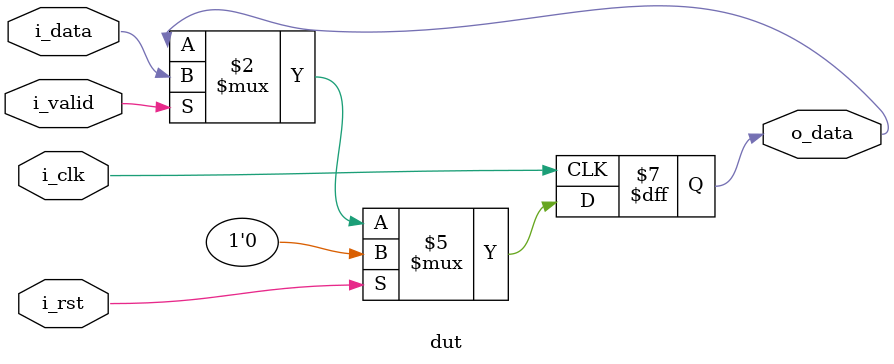
<source format=sv>

module dut(
    input i_clk,
    input i_rst,
    input i_valid,
    input i_data,
    output logic o_data
);
    always_ff @(posedge i_clk) begin: main
        if (i_rst) begin
            o_data <= '0;
        end else if (i_valid) begin
            o_data <= i_data;
        end
    end
endmodule

</source>
